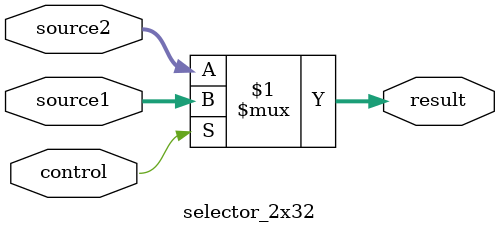
<source format=v>
module selector_2x32(control, source1, source2, result);
	input control;
	input[31:0] source1, source2;
	output[31:0] result;
	
	assign result = control ? source1 : source2;
endmodule 
</source>
